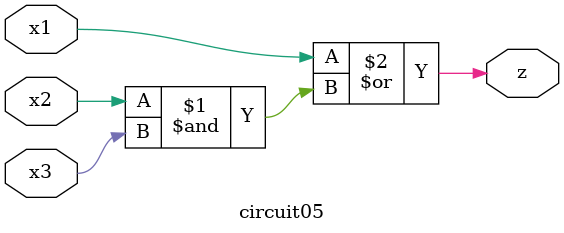
<source format=v>
module circuit05(x1, x2, x3, z);
input x1, x2, x3;
output z;

assign z = (x1|(x2&x3));

endmodule

</source>
